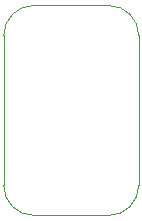
<source format=gm1>
G04 #@! TF.GenerationSoftware,KiCad,Pcbnew,(5.1.10-0-10_14)*
G04 #@! TF.CreationDate,2021-11-02T10:17:00+01:00*
G04 #@! TF.ProjectId,AVRUPDI_breakout,41565255-5044-4495-9f62-7265616b6f75,rev?*
G04 #@! TF.SameCoordinates,Original*
G04 #@! TF.FileFunction,Profile,NP*
%FSLAX46Y46*%
G04 Gerber Fmt 4.6, Leading zero omitted, Abs format (unit mm)*
G04 Created by KiCad (PCBNEW (5.1.10-0-10_14)) date 2021-11-02 10:17:00*
%MOMM*%
%LPD*%
G01*
G04 APERTURE LIST*
G04 #@! TA.AperFunction,Profile*
%ADD10C,0.050000*%
G04 #@! TD*
G04 APERTURE END LIST*
D10*
X135255000Y-83820000D02*
G75*
G02*
X132715000Y-86360000I-2540000J0D01*
G01*
X126365000Y-86360000D02*
G75*
G02*
X123825000Y-83820000I0J2540000D01*
G01*
X123825000Y-71120000D02*
G75*
G02*
X126365000Y-68580000I2540000J0D01*
G01*
X132715000Y-68580000D02*
G75*
G02*
X135255000Y-71120000I0J-2540000D01*
G01*
X132715000Y-68580000D02*
X126365000Y-68580000D01*
X135255000Y-83820000D02*
X135255000Y-71120000D01*
X126365000Y-86360000D02*
X132715000Y-86360000D01*
X123825000Y-71120000D02*
X123825000Y-83820000D01*
M02*

</source>
